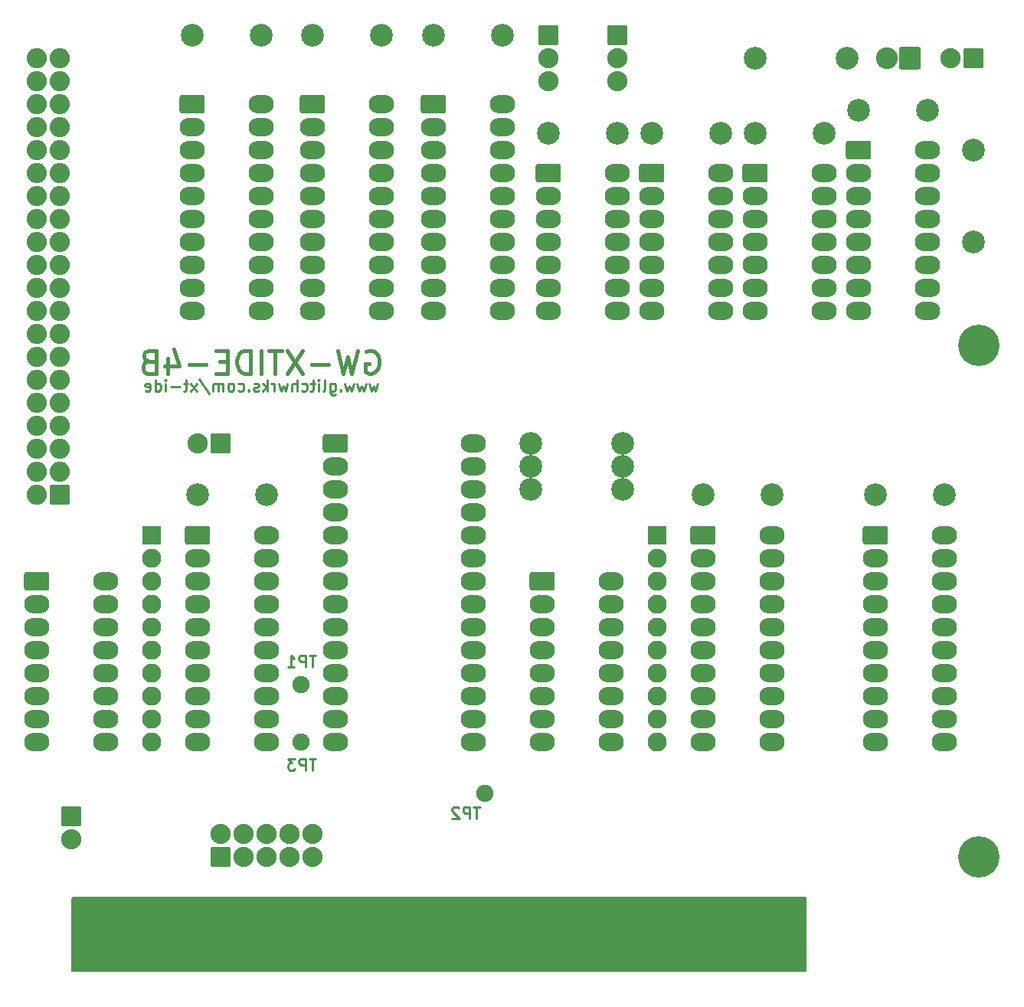
<source format=gbs>
%TF.GenerationSoftware,KiCad,Pcbnew,8.0.4*%
%TF.CreationDate,2024-11-11T08:19:32-05:00*%
%TF.ProjectId,XT-IDE,58542d49-4445-42e6-9b69-6361645f7063,3B*%
%TF.SameCoordinates,Original*%
%TF.FileFunction,Soldermask,Bot*%
%TF.FilePolarity,Negative*%
%FSLAX46Y46*%
G04 Gerber Fmt 4.6, Leading zero omitted, Abs format (unit mm)*
G04 Created by KiCad (PCBNEW 8.0.4) date 2024-11-11 08:19:32*
%MOMM*%
%LPD*%
G01*
G04 APERTURE LIST*
G04 Aperture macros list*
%AMRoundRect*
0 Rectangle with rounded corners*
0 $1 Rounding radius*
0 $2 $3 $4 $5 $6 $7 $8 $9 X,Y pos of 4 corners*
0 Add a 4 corners polygon primitive as box body*
4,1,4,$2,$3,$4,$5,$6,$7,$8,$9,$2,$3,0*
0 Add four circle primitives for the rounded corners*
1,1,$1+$1,$2,$3*
1,1,$1+$1,$4,$5*
1,1,$1+$1,$6,$7*
1,1,$1+$1,$8,$9*
0 Add four rect primitives between the rounded corners*
20,1,$1+$1,$2,$3,$4,$5,0*
20,1,$1+$1,$4,$5,$6,$7,0*
20,1,$1+$1,$6,$7,$8,$9,0*
20,1,$1+$1,$8,$9,$2,$3,0*%
G04 Aperture macros list end*
%ADD10C,0.254000*%
%ADD11C,0.381000*%
%ADD12C,4.572000*%
%ADD13RoundRect,0.254000X0.863600X0.863600X-0.863600X0.863600X-0.863600X-0.863600X0.863600X-0.863600X0*%
%ADD14C,2.235200*%
%ADD15RoundRect,0.254000X-0.863600X0.863600X-0.863600X-0.863600X0.863600X-0.863600X0.863600X0.863600X0*%
%ADD16RoundRect,0.254000X-0.863600X-0.863600X0.863600X-0.863600X0.863600X0.863600X-0.863600X0.863600X0*%
%ADD17RoundRect,0.254000X-0.889000X-3.556000X0.889000X-3.556000X0.889000X3.556000X-0.889000X3.556000X0*%
%ADD18RoundRect,0.254000X-0.950000X1.000000X-0.950000X-1.000000X0.950000X-1.000000X0.950000X1.000000X0*%
%ADD19C,2.408000*%
%ADD20C,1.905000*%
%ADD21O,2.235200X2.235200*%
%ADD22RoundRect,0.254000X-1.143000X-0.762000X1.143000X-0.762000X1.143000X0.762000X-1.143000X0.762000X0*%
%ADD23O,2.794000X2.032000*%
%ADD24RoundRect,0.254000X-0.800000X0.800000X-0.800000X-0.800000X0.800000X-0.800000X0.800000X0.800000X0*%
%ADD25O,2.108000X2.108000*%
%ADD26C,2.506980*%
G04 APERTURE END LIST*
D10*
X113362618Y-105984318D02*
X112636904Y-105984318D01*
X112999761Y-107254318D02*
X112999761Y-105984318D01*
X112213571Y-107254318D02*
X112213571Y-105984318D01*
X112213571Y-105984318D02*
X111729761Y-105984318D01*
X111729761Y-105984318D02*
X111608809Y-106044794D01*
X111608809Y-106044794D02*
X111548332Y-106105270D01*
X111548332Y-106105270D02*
X111487856Y-106226222D01*
X111487856Y-106226222D02*
X111487856Y-106407651D01*
X111487856Y-106407651D02*
X111548332Y-106528603D01*
X111548332Y-106528603D02*
X111608809Y-106589080D01*
X111608809Y-106589080D02*
X111729761Y-106649556D01*
X111729761Y-106649556D02*
X112213571Y-106649556D01*
X110278332Y-107254318D02*
X111004047Y-107254318D01*
X110641190Y-107254318D02*
X110641190Y-105984318D01*
X110641190Y-105984318D02*
X110762142Y-106165746D01*
X110762142Y-106165746D02*
X110883094Y-106286699D01*
X110883094Y-106286699D02*
X111004047Y-106347175D01*
X131523618Y-122748318D02*
X130797904Y-122748318D01*
X131160761Y-124018318D02*
X131160761Y-122748318D01*
X130374571Y-124018318D02*
X130374571Y-122748318D01*
X130374571Y-122748318D02*
X129890761Y-122748318D01*
X129890761Y-122748318D02*
X129769809Y-122808794D01*
X129769809Y-122808794D02*
X129709332Y-122869270D01*
X129709332Y-122869270D02*
X129648856Y-122990222D01*
X129648856Y-122990222D02*
X129648856Y-123171651D01*
X129648856Y-123171651D02*
X129709332Y-123292603D01*
X129709332Y-123292603D02*
X129769809Y-123353080D01*
X129769809Y-123353080D02*
X129890761Y-123413556D01*
X129890761Y-123413556D02*
X130374571Y-123413556D01*
X129165047Y-122869270D02*
X129104571Y-122808794D01*
X129104571Y-122808794D02*
X128983618Y-122748318D01*
X128983618Y-122748318D02*
X128681237Y-122748318D01*
X128681237Y-122748318D02*
X128560285Y-122808794D01*
X128560285Y-122808794D02*
X128499809Y-122869270D01*
X128499809Y-122869270D02*
X128439332Y-122990222D01*
X128439332Y-122990222D02*
X128439332Y-123111175D01*
X128439332Y-123111175D02*
X128499809Y-123292603D01*
X128499809Y-123292603D02*
X129225523Y-124018318D01*
X129225523Y-124018318D02*
X128439332Y-124018318D01*
X113362618Y-117414318D02*
X112636904Y-117414318D01*
X112999761Y-118684318D02*
X112999761Y-117414318D01*
X112213571Y-118684318D02*
X112213571Y-117414318D01*
X112213571Y-117414318D02*
X111729761Y-117414318D01*
X111729761Y-117414318D02*
X111608809Y-117474794D01*
X111608809Y-117474794D02*
X111548332Y-117535270D01*
X111548332Y-117535270D02*
X111487856Y-117656222D01*
X111487856Y-117656222D02*
X111487856Y-117837651D01*
X111487856Y-117837651D02*
X111548332Y-117958603D01*
X111548332Y-117958603D02*
X111608809Y-118019080D01*
X111608809Y-118019080D02*
X111729761Y-118079556D01*
X111729761Y-118079556D02*
X112213571Y-118079556D01*
X111064523Y-117414318D02*
X110278332Y-117414318D01*
X110278332Y-117414318D02*
X110701666Y-117898127D01*
X110701666Y-117898127D02*
X110520237Y-117898127D01*
X110520237Y-117898127D02*
X110399285Y-117958603D01*
X110399285Y-117958603D02*
X110338809Y-118019080D01*
X110338809Y-118019080D02*
X110278332Y-118140032D01*
X110278332Y-118140032D02*
X110278332Y-118442413D01*
X110278332Y-118442413D02*
X110338809Y-118563365D01*
X110338809Y-118563365D02*
X110399285Y-118623842D01*
X110399285Y-118623842D02*
X110520237Y-118684318D01*
X110520237Y-118684318D02*
X110883094Y-118684318D01*
X110883094Y-118684318D02*
X111004047Y-118623842D01*
X111004047Y-118623842D02*
X111064523Y-118563365D01*
X120226665Y-75927651D02*
X119984760Y-76774318D01*
X119984760Y-76774318D02*
X119742855Y-76169556D01*
X119742855Y-76169556D02*
X119500951Y-76774318D01*
X119500951Y-76774318D02*
X119259046Y-75927651D01*
X118896189Y-75927651D02*
X118654284Y-76774318D01*
X118654284Y-76774318D02*
X118412379Y-76169556D01*
X118412379Y-76169556D02*
X118170475Y-76774318D01*
X118170475Y-76774318D02*
X117928570Y-75927651D01*
X117565713Y-75927651D02*
X117323808Y-76774318D01*
X117323808Y-76774318D02*
X117081903Y-76169556D01*
X117081903Y-76169556D02*
X116839999Y-76774318D01*
X116839999Y-76774318D02*
X116598094Y-75927651D01*
X116114285Y-76653365D02*
X116053808Y-76713842D01*
X116053808Y-76713842D02*
X116114285Y-76774318D01*
X116114285Y-76774318D02*
X116174761Y-76713842D01*
X116174761Y-76713842D02*
X116114285Y-76653365D01*
X116114285Y-76653365D02*
X116114285Y-76774318D01*
X114965237Y-75927651D02*
X114965237Y-76955746D01*
X114965237Y-76955746D02*
X115025713Y-77076699D01*
X115025713Y-77076699D02*
X115086189Y-77137175D01*
X115086189Y-77137175D02*
X115207142Y-77197651D01*
X115207142Y-77197651D02*
X115388570Y-77197651D01*
X115388570Y-77197651D02*
X115509523Y-77137175D01*
X114965237Y-76713842D02*
X115086189Y-76774318D01*
X115086189Y-76774318D02*
X115328094Y-76774318D01*
X115328094Y-76774318D02*
X115449046Y-76713842D01*
X115449046Y-76713842D02*
X115509523Y-76653365D01*
X115509523Y-76653365D02*
X115569999Y-76532413D01*
X115569999Y-76532413D02*
X115569999Y-76169556D01*
X115569999Y-76169556D02*
X115509523Y-76048603D01*
X115509523Y-76048603D02*
X115449046Y-75988127D01*
X115449046Y-75988127D02*
X115328094Y-75927651D01*
X115328094Y-75927651D02*
X115086189Y-75927651D01*
X115086189Y-75927651D02*
X114965237Y-75988127D01*
X114179046Y-76774318D02*
X114299998Y-76713842D01*
X114299998Y-76713842D02*
X114360475Y-76592889D01*
X114360475Y-76592889D02*
X114360475Y-75504318D01*
X113695237Y-76774318D02*
X113695237Y-75927651D01*
X113695237Y-75504318D02*
X113755713Y-75564794D01*
X113755713Y-75564794D02*
X113695237Y-75625270D01*
X113695237Y-75625270D02*
X113634760Y-75564794D01*
X113634760Y-75564794D02*
X113695237Y-75504318D01*
X113695237Y-75504318D02*
X113695237Y-75625270D01*
X113271903Y-75927651D02*
X112788094Y-75927651D01*
X113090475Y-75504318D02*
X113090475Y-76592889D01*
X113090475Y-76592889D02*
X113029998Y-76713842D01*
X113029998Y-76713842D02*
X112909046Y-76774318D01*
X112909046Y-76774318D02*
X112788094Y-76774318D01*
X111820475Y-76713842D02*
X111941427Y-76774318D01*
X111941427Y-76774318D02*
X112183332Y-76774318D01*
X112183332Y-76774318D02*
X112304284Y-76713842D01*
X112304284Y-76713842D02*
X112364761Y-76653365D01*
X112364761Y-76653365D02*
X112425237Y-76532413D01*
X112425237Y-76532413D02*
X112425237Y-76169556D01*
X112425237Y-76169556D02*
X112364761Y-76048603D01*
X112364761Y-76048603D02*
X112304284Y-75988127D01*
X112304284Y-75988127D02*
X112183332Y-75927651D01*
X112183332Y-75927651D02*
X111941427Y-75927651D01*
X111941427Y-75927651D02*
X111820475Y-75988127D01*
X111276190Y-76774318D02*
X111276190Y-75504318D01*
X110731904Y-76774318D02*
X110731904Y-76109080D01*
X110731904Y-76109080D02*
X110792380Y-75988127D01*
X110792380Y-75988127D02*
X110913332Y-75927651D01*
X110913332Y-75927651D02*
X111094761Y-75927651D01*
X111094761Y-75927651D02*
X111215713Y-75988127D01*
X111215713Y-75988127D02*
X111276190Y-76048603D01*
X110248094Y-75927651D02*
X110006189Y-76774318D01*
X110006189Y-76774318D02*
X109764284Y-76169556D01*
X109764284Y-76169556D02*
X109522380Y-76774318D01*
X109522380Y-76774318D02*
X109280475Y-75927651D01*
X108796666Y-76774318D02*
X108796666Y-75927651D01*
X108796666Y-76169556D02*
X108736189Y-76048603D01*
X108736189Y-76048603D02*
X108675713Y-75988127D01*
X108675713Y-75988127D02*
X108554761Y-75927651D01*
X108554761Y-75927651D02*
X108433808Y-75927651D01*
X108010476Y-76774318D02*
X108010476Y-75504318D01*
X107889523Y-76290508D02*
X107526666Y-76774318D01*
X107526666Y-75927651D02*
X108010476Y-76411461D01*
X107042857Y-76713842D02*
X106921904Y-76774318D01*
X106921904Y-76774318D02*
X106680000Y-76774318D01*
X106680000Y-76774318D02*
X106559047Y-76713842D01*
X106559047Y-76713842D02*
X106498571Y-76592889D01*
X106498571Y-76592889D02*
X106498571Y-76532413D01*
X106498571Y-76532413D02*
X106559047Y-76411461D01*
X106559047Y-76411461D02*
X106680000Y-76350984D01*
X106680000Y-76350984D02*
X106861428Y-76350984D01*
X106861428Y-76350984D02*
X106982381Y-76290508D01*
X106982381Y-76290508D02*
X107042857Y-76169556D01*
X107042857Y-76169556D02*
X107042857Y-76109080D01*
X107042857Y-76109080D02*
X106982381Y-75988127D01*
X106982381Y-75988127D02*
X106861428Y-75927651D01*
X106861428Y-75927651D02*
X106680000Y-75927651D01*
X106680000Y-75927651D02*
X106559047Y-75988127D01*
X105954286Y-76653365D02*
X105893809Y-76713842D01*
X105893809Y-76713842D02*
X105954286Y-76774318D01*
X105954286Y-76774318D02*
X106014762Y-76713842D01*
X106014762Y-76713842D02*
X105954286Y-76653365D01*
X105954286Y-76653365D02*
X105954286Y-76774318D01*
X104805238Y-76713842D02*
X104926190Y-76774318D01*
X104926190Y-76774318D02*
X105168095Y-76774318D01*
X105168095Y-76774318D02*
X105289047Y-76713842D01*
X105289047Y-76713842D02*
X105349524Y-76653365D01*
X105349524Y-76653365D02*
X105410000Y-76532413D01*
X105410000Y-76532413D02*
X105410000Y-76169556D01*
X105410000Y-76169556D02*
X105349524Y-76048603D01*
X105349524Y-76048603D02*
X105289047Y-75988127D01*
X105289047Y-75988127D02*
X105168095Y-75927651D01*
X105168095Y-75927651D02*
X104926190Y-75927651D01*
X104926190Y-75927651D02*
X104805238Y-75988127D01*
X104079524Y-76774318D02*
X104200476Y-76713842D01*
X104200476Y-76713842D02*
X104260953Y-76653365D01*
X104260953Y-76653365D02*
X104321429Y-76532413D01*
X104321429Y-76532413D02*
X104321429Y-76169556D01*
X104321429Y-76169556D02*
X104260953Y-76048603D01*
X104260953Y-76048603D02*
X104200476Y-75988127D01*
X104200476Y-75988127D02*
X104079524Y-75927651D01*
X104079524Y-75927651D02*
X103898095Y-75927651D01*
X103898095Y-75927651D02*
X103777143Y-75988127D01*
X103777143Y-75988127D02*
X103716667Y-76048603D01*
X103716667Y-76048603D02*
X103656191Y-76169556D01*
X103656191Y-76169556D02*
X103656191Y-76532413D01*
X103656191Y-76532413D02*
X103716667Y-76653365D01*
X103716667Y-76653365D02*
X103777143Y-76713842D01*
X103777143Y-76713842D02*
X103898095Y-76774318D01*
X103898095Y-76774318D02*
X104079524Y-76774318D01*
X103111905Y-76774318D02*
X103111905Y-75927651D01*
X103111905Y-76048603D02*
X103051428Y-75988127D01*
X103051428Y-75988127D02*
X102930476Y-75927651D01*
X102930476Y-75927651D02*
X102749047Y-75927651D01*
X102749047Y-75927651D02*
X102628095Y-75988127D01*
X102628095Y-75988127D02*
X102567619Y-76109080D01*
X102567619Y-76109080D02*
X102567619Y-76774318D01*
X102567619Y-76109080D02*
X102507143Y-75988127D01*
X102507143Y-75988127D02*
X102386190Y-75927651D01*
X102386190Y-75927651D02*
X102204762Y-75927651D01*
X102204762Y-75927651D02*
X102083809Y-75988127D01*
X102083809Y-75988127D02*
X102023333Y-76109080D01*
X102023333Y-76109080D02*
X102023333Y-76774318D01*
X100511429Y-75443842D02*
X101600000Y-77076699D01*
X100209048Y-76774318D02*
X99543810Y-75927651D01*
X100209048Y-75927651D02*
X99543810Y-76774318D01*
X99241429Y-75927651D02*
X98757620Y-75927651D01*
X99060001Y-75504318D02*
X99060001Y-76592889D01*
X99060001Y-76592889D02*
X98999524Y-76713842D01*
X98999524Y-76713842D02*
X98878572Y-76774318D01*
X98878572Y-76774318D02*
X98757620Y-76774318D01*
X98334287Y-76290508D02*
X97366668Y-76290508D01*
X96761906Y-76774318D02*
X96761906Y-75927651D01*
X96761906Y-75504318D02*
X96822382Y-75564794D01*
X96822382Y-75564794D02*
X96761906Y-75625270D01*
X96761906Y-75625270D02*
X96701429Y-75564794D01*
X96701429Y-75564794D02*
X96761906Y-75504318D01*
X96761906Y-75504318D02*
X96761906Y-75625270D01*
X95612858Y-76774318D02*
X95612858Y-75504318D01*
X95612858Y-76713842D02*
X95733810Y-76774318D01*
X95733810Y-76774318D02*
X95975715Y-76774318D01*
X95975715Y-76774318D02*
X96096667Y-76713842D01*
X96096667Y-76713842D02*
X96157144Y-76653365D01*
X96157144Y-76653365D02*
X96217620Y-76532413D01*
X96217620Y-76532413D02*
X96217620Y-76169556D01*
X96217620Y-76169556D02*
X96157144Y-76048603D01*
X96157144Y-76048603D02*
X96096667Y-75988127D01*
X96096667Y-75988127D02*
X95975715Y-75927651D01*
X95975715Y-75927651D02*
X95733810Y-75927651D01*
X95733810Y-75927651D02*
X95612858Y-75988127D01*
X94524286Y-76713842D02*
X94645238Y-76774318D01*
X94645238Y-76774318D02*
X94887143Y-76774318D01*
X94887143Y-76774318D02*
X95008096Y-76713842D01*
X95008096Y-76713842D02*
X95068572Y-76592889D01*
X95068572Y-76592889D02*
X95068572Y-76109080D01*
X95068572Y-76109080D02*
X95008096Y-75988127D01*
X95008096Y-75988127D02*
X94887143Y-75927651D01*
X94887143Y-75927651D02*
X94645238Y-75927651D01*
X94645238Y-75927651D02*
X94524286Y-75988127D01*
X94524286Y-75988127D02*
X94463810Y-76109080D01*
X94463810Y-76109080D02*
X94463810Y-76230032D01*
X94463810Y-76230032D02*
X95068572Y-76350984D01*
D11*
X118926428Y-72396192D02*
X119168333Y-72275240D01*
X119168333Y-72275240D02*
X119531190Y-72275240D01*
X119531190Y-72275240D02*
X119894047Y-72396192D01*
X119894047Y-72396192D02*
X120135952Y-72638097D01*
X120135952Y-72638097D02*
X120256905Y-72880002D01*
X120256905Y-72880002D02*
X120377857Y-73363811D01*
X120377857Y-73363811D02*
X120377857Y-73726668D01*
X120377857Y-73726668D02*
X120256905Y-74210478D01*
X120256905Y-74210478D02*
X120135952Y-74452383D01*
X120135952Y-74452383D02*
X119894047Y-74694288D01*
X119894047Y-74694288D02*
X119531190Y-74815240D01*
X119531190Y-74815240D02*
X119289286Y-74815240D01*
X119289286Y-74815240D02*
X118926428Y-74694288D01*
X118926428Y-74694288D02*
X118805476Y-74573335D01*
X118805476Y-74573335D02*
X118805476Y-73726668D01*
X118805476Y-73726668D02*
X119289286Y-73726668D01*
X117958809Y-72275240D02*
X117354047Y-74815240D01*
X117354047Y-74815240D02*
X116870238Y-73000954D01*
X116870238Y-73000954D02*
X116386428Y-74815240D01*
X116386428Y-74815240D02*
X115781667Y-72275240D01*
X114814048Y-73847621D02*
X112878810Y-73847621D01*
X111911190Y-72275240D02*
X110217857Y-74815240D01*
X110217857Y-72275240D02*
X111911190Y-74815240D01*
X109613095Y-72275240D02*
X108161666Y-72275240D01*
X108887380Y-74815240D02*
X108887380Y-72275240D01*
X107315000Y-74815240D02*
X107315000Y-72275240D01*
X106105476Y-74815240D02*
X106105476Y-72275240D01*
X106105476Y-72275240D02*
X105500714Y-72275240D01*
X105500714Y-72275240D02*
X105137857Y-72396192D01*
X105137857Y-72396192D02*
X104895952Y-72638097D01*
X104895952Y-72638097D02*
X104774999Y-72880002D01*
X104774999Y-72880002D02*
X104654047Y-73363811D01*
X104654047Y-73363811D02*
X104654047Y-73726668D01*
X104654047Y-73726668D02*
X104774999Y-74210478D01*
X104774999Y-74210478D02*
X104895952Y-74452383D01*
X104895952Y-74452383D02*
X105137857Y-74694288D01*
X105137857Y-74694288D02*
X105500714Y-74815240D01*
X105500714Y-74815240D02*
X106105476Y-74815240D01*
X103565476Y-73484764D02*
X102718809Y-73484764D01*
X102355952Y-74815240D02*
X103565476Y-74815240D01*
X103565476Y-74815240D02*
X103565476Y-72275240D01*
X103565476Y-72275240D02*
X102355952Y-72275240D01*
X101267381Y-73847621D02*
X99332143Y-73847621D01*
X97034047Y-73121907D02*
X97034047Y-74815240D01*
X97638809Y-72154288D02*
X98243571Y-73968573D01*
X98243571Y-73968573D02*
X96671190Y-73968573D01*
X94856904Y-73484764D02*
X94494047Y-73605716D01*
X94494047Y-73605716D02*
X94373094Y-73726668D01*
X94373094Y-73726668D02*
X94252142Y-73968573D01*
X94252142Y-73968573D02*
X94252142Y-74331430D01*
X94252142Y-74331430D02*
X94373094Y-74573335D01*
X94373094Y-74573335D02*
X94494047Y-74694288D01*
X94494047Y-74694288D02*
X94735952Y-74815240D01*
X94735952Y-74815240D02*
X95703571Y-74815240D01*
X95703571Y-74815240D02*
X95703571Y-72275240D01*
X95703571Y-72275240D02*
X94856904Y-72275240D01*
X94856904Y-72275240D02*
X94614999Y-72396192D01*
X94614999Y-72396192D02*
X94494047Y-72517145D01*
X94494047Y-72517145D02*
X94373094Y-72759049D01*
X94373094Y-72759049D02*
X94373094Y-73000954D01*
X94373094Y-73000954D02*
X94494047Y-73242859D01*
X94494047Y-73242859D02*
X94614999Y-73363811D01*
X94614999Y-73363811D02*
X94856904Y-73484764D01*
X94856904Y-73484764D02*
X95703571Y-73484764D01*
D12*
%TO.C,P6*%
X186690000Y-128270000D03*
%TD*%
%TO.C,P7*%
X186690000Y-71755000D03*
%TD*%
D13*
%TO.C,J4*%
X102870000Y-82550000D03*
D14*
X100330000Y-82550000D03*
%TD*%
D15*
%TO.C,J1*%
X139065000Y-37465000D03*
D14*
X139065000Y-40005000D03*
X139065000Y-42545000D03*
%TD*%
D15*
%TO.C,J2*%
X146685000Y-37465000D03*
D14*
X146685000Y-40005000D03*
X146685000Y-42545000D03*
%TD*%
D16*
%TO.C,J5*%
X102870000Y-128270000D03*
D14*
X102870000Y-125730000D03*
X105410000Y-128270000D03*
X105410000Y-125730000D03*
X107950000Y-128270000D03*
X107950000Y-125730000D03*
X110490000Y-128270000D03*
X110490000Y-125730000D03*
X113030000Y-128270000D03*
X113030000Y-125730000D03*
%TD*%
D13*
%TO.C,J3*%
X186055000Y-40005000D03*
D14*
X183515000Y-40005000D03*
%TD*%
D17*
%TO.C,BUS1*%
X165100000Y-136906000D03*
X162560000Y-136906000D03*
X160020000Y-136906000D03*
X157480000Y-136906000D03*
X147320000Y-136906000D03*
X139700000Y-136906000D03*
X137160000Y-136906000D03*
X134620000Y-136906000D03*
X132080000Y-136906000D03*
X114300000Y-136906000D03*
X109220000Y-136906000D03*
X106680000Y-136906000D03*
X104140000Y-136906000D03*
X93980000Y-136906000D03*
X88900000Y-136906000D03*
%TD*%
D18*
%TO.C,D1*%
X179070000Y-40005000D03*
D19*
X176530000Y-40005000D03*
%TD*%
D20*
%TO.C,TP2*%
X132080000Y-121285000D03*
%TD*%
%TO.C,TP3*%
X111760000Y-115570000D03*
%TD*%
%TO.C,TP1*%
X111760000Y-109220000D03*
%TD*%
D15*
%TO.C,C12*%
X86360000Y-123825000D03*
D14*
X86360000Y-126325000D03*
%TD*%
D13*
%TO.C,IDE1*%
X85090000Y-88265000D03*
D21*
X82550000Y-88265000D03*
X85090000Y-85725000D03*
X82550000Y-85725000D03*
X85090000Y-83185000D03*
X82550000Y-83185000D03*
X85090000Y-80645000D03*
X82550000Y-80645000D03*
X85090000Y-78105000D03*
X82550000Y-78105000D03*
X85090000Y-75565000D03*
X82550000Y-75565000D03*
X85090000Y-73025000D03*
X82550000Y-73025000D03*
X85090000Y-70485000D03*
X82550000Y-70485000D03*
X85090000Y-67945000D03*
X82550000Y-67945000D03*
X85090000Y-65405000D03*
X82550000Y-65405000D03*
X85090000Y-62865000D03*
X82550000Y-62865000D03*
X85090000Y-60325000D03*
X82550000Y-60325000D03*
X85090000Y-57785000D03*
X82550000Y-57785000D03*
X85090000Y-55245000D03*
X82550000Y-55245000D03*
X85090000Y-52705000D03*
X82550000Y-52705000D03*
X85090000Y-50165000D03*
X82550000Y-50165000D03*
X85090000Y-47625000D03*
X82550000Y-47625000D03*
X85090000Y-45085000D03*
X82550000Y-45085000D03*
X85090000Y-42545000D03*
X82550000Y-42545000D03*
X85090000Y-40005000D03*
X82550000Y-40005000D03*
%TD*%
D22*
%TO.C,SW1*%
X82550000Y-97790000D03*
D23*
X82550000Y-100330000D03*
X82550000Y-102870000D03*
X82550000Y-105410000D03*
X82550000Y-107950000D03*
X82550000Y-110490000D03*
X82550000Y-113030000D03*
X82550000Y-115570000D03*
X90170000Y-115570000D03*
X90170000Y-113030000D03*
X90170000Y-110490000D03*
X90170000Y-107950000D03*
X90170000Y-105410000D03*
X90170000Y-102870000D03*
X90170000Y-100330000D03*
X90170000Y-97790000D03*
%TD*%
D22*
%TO.C,SW2*%
X138430000Y-97790000D03*
D23*
X138430000Y-100330000D03*
X138430000Y-102870000D03*
X138430000Y-105410000D03*
X138430000Y-107950000D03*
X138430000Y-110490000D03*
X138430000Y-113030000D03*
X138430000Y-115570000D03*
X146050000Y-115570000D03*
X146050000Y-113030000D03*
X146050000Y-110490000D03*
X146050000Y-107950000D03*
X146050000Y-105410000D03*
X146050000Y-102870000D03*
X146050000Y-100330000D03*
X146050000Y-97790000D03*
%TD*%
D22*
%TO.C,U1*%
X99695000Y-45085000D03*
D23*
X99695000Y-47625000D03*
X99695000Y-50165000D03*
X99695000Y-52705000D03*
X99695000Y-55245000D03*
X99695000Y-57785000D03*
X99695000Y-60325000D03*
X99695000Y-62865000D03*
X99695000Y-65405000D03*
X99695000Y-67945000D03*
X107315000Y-67945000D03*
X107315000Y-65405000D03*
X107315000Y-62865000D03*
X107315000Y-60325000D03*
X107315000Y-57785000D03*
X107315000Y-55245000D03*
X107315000Y-52705000D03*
X107315000Y-50165000D03*
X107315000Y-47625000D03*
X107315000Y-45085000D03*
%TD*%
D22*
%TO.C,U2*%
X113030000Y-45085000D03*
D23*
X113030000Y-47625000D03*
X113030000Y-50165000D03*
X113030000Y-52705000D03*
X113030000Y-55245000D03*
X113030000Y-57785000D03*
X113030000Y-60325000D03*
X113030000Y-62865000D03*
X113030000Y-65405000D03*
X113030000Y-67945000D03*
X120650000Y-67945000D03*
X120650000Y-65405000D03*
X120650000Y-62865000D03*
X120650000Y-60325000D03*
X120650000Y-57785000D03*
X120650000Y-55245000D03*
X120650000Y-52705000D03*
X120650000Y-50165000D03*
X120650000Y-47625000D03*
X120650000Y-45085000D03*
%TD*%
D22*
%TO.C,U3*%
X126365000Y-45085000D03*
D23*
X126365000Y-47625000D03*
X126365000Y-50165000D03*
X126365000Y-52705000D03*
X126365000Y-55245000D03*
X126365000Y-57785000D03*
X126365000Y-60325000D03*
X126365000Y-62865000D03*
X126365000Y-65405000D03*
X126365000Y-67945000D03*
X133985000Y-67945000D03*
X133985000Y-65405000D03*
X133985000Y-62865000D03*
X133985000Y-60325000D03*
X133985000Y-57785000D03*
X133985000Y-55245000D03*
X133985000Y-52705000D03*
X133985000Y-50165000D03*
X133985000Y-47625000D03*
X133985000Y-45085000D03*
%TD*%
D22*
%TO.C,U5*%
X150495000Y-52705000D03*
D23*
X150495000Y-55245000D03*
X150495000Y-57785000D03*
X150495000Y-60325000D03*
X150495000Y-62865000D03*
X150495000Y-65405000D03*
X150495000Y-67945000D03*
X158115000Y-67945000D03*
X158115000Y-65405000D03*
X158115000Y-62865000D03*
X158115000Y-60325000D03*
X158115000Y-57785000D03*
X158115000Y-55245000D03*
X158115000Y-52705000D03*
%TD*%
D22*
%TO.C,U6*%
X161925000Y-52705000D03*
D23*
X161925000Y-55245000D03*
X161925000Y-57785000D03*
X161925000Y-60325000D03*
X161925000Y-62865000D03*
X161925000Y-65405000D03*
X161925000Y-67945000D03*
X169545000Y-67945000D03*
X169545000Y-65405000D03*
X169545000Y-62865000D03*
X169545000Y-60325000D03*
X169545000Y-57785000D03*
X169545000Y-55245000D03*
X169545000Y-52705000D03*
%TD*%
D22*
%TO.C,U7*%
X173355000Y-50165000D03*
D23*
X173355000Y-52705000D03*
X173355000Y-55245000D03*
X173355000Y-57785000D03*
X173355000Y-60325000D03*
X173355000Y-62865000D03*
X173355000Y-65405000D03*
X173355000Y-67945000D03*
X180975000Y-67945000D03*
X180975000Y-65405000D03*
X180975000Y-62865000D03*
X180975000Y-60325000D03*
X180975000Y-57785000D03*
X180975000Y-55245000D03*
X180975000Y-52705000D03*
X180975000Y-50165000D03*
%TD*%
D22*
%TO.C,U8*%
X100330000Y-92710000D03*
D23*
X100330000Y-95250000D03*
X100330000Y-97790000D03*
X100330000Y-100330000D03*
X100330000Y-102870000D03*
X100330000Y-105410000D03*
X100330000Y-107950000D03*
X100330000Y-110490000D03*
X100330000Y-113030000D03*
X100330000Y-115570000D03*
X107950000Y-115570000D03*
X107950000Y-113030000D03*
X107950000Y-110490000D03*
X107950000Y-107950000D03*
X107950000Y-105410000D03*
X107950000Y-102870000D03*
X107950000Y-100330000D03*
X107950000Y-97790000D03*
X107950000Y-95250000D03*
X107950000Y-92710000D03*
%TD*%
D22*
%TO.C,U9*%
X115570000Y-82550000D03*
D23*
X115570000Y-85090000D03*
X115570000Y-87630000D03*
X115570000Y-90170000D03*
X115570000Y-92710000D03*
X115570000Y-95250000D03*
X115570000Y-97790000D03*
X115570000Y-100330000D03*
X115570000Y-102870000D03*
X115570000Y-105410000D03*
X115570000Y-107950000D03*
X115570000Y-110490000D03*
X115570000Y-113030000D03*
X115570000Y-115570000D03*
X130810000Y-115570000D03*
X130810000Y-113030000D03*
X130810000Y-110490000D03*
X130810000Y-107950000D03*
X130810000Y-105410000D03*
X130810000Y-102870000D03*
X130810000Y-100330000D03*
X130810000Y-97790000D03*
X130810000Y-95250000D03*
X130810000Y-92710000D03*
X130810000Y-90170000D03*
X130810000Y-87630000D03*
X130810000Y-85090000D03*
X130810000Y-82550000D03*
%TD*%
D22*
%TO.C,U10*%
X156210000Y-92710000D03*
D23*
X156210000Y-95250000D03*
X156210000Y-97790000D03*
X156210000Y-100330000D03*
X156210000Y-102870000D03*
X156210000Y-105410000D03*
X156210000Y-107950000D03*
X156210000Y-110490000D03*
X156210000Y-113030000D03*
X156210000Y-115570000D03*
X163830000Y-115570000D03*
X163830000Y-113030000D03*
X163830000Y-110490000D03*
X163830000Y-107950000D03*
X163830000Y-105410000D03*
X163830000Y-102870000D03*
X163830000Y-100330000D03*
X163830000Y-97790000D03*
X163830000Y-95250000D03*
X163830000Y-92710000D03*
%TD*%
D22*
%TO.C,U11*%
X175260000Y-92710000D03*
D23*
X175260000Y-95250000D03*
X175260000Y-97790000D03*
X175260000Y-100330000D03*
X175260000Y-102870000D03*
X175260000Y-105410000D03*
X175260000Y-107950000D03*
X175260000Y-110490000D03*
X175260000Y-113030000D03*
X175260000Y-115570000D03*
X182880000Y-115570000D03*
X182880000Y-113030000D03*
X182880000Y-110490000D03*
X182880000Y-107950000D03*
X182880000Y-105410000D03*
X182880000Y-102870000D03*
X182880000Y-100330000D03*
X182880000Y-97790000D03*
X182880000Y-95250000D03*
X182880000Y-92710000D03*
%TD*%
D24*
%TO.C,RP1*%
X95250000Y-92710000D03*
D25*
X95250000Y-95250000D03*
X95250000Y-97790000D03*
X95250000Y-100330000D03*
X95250000Y-102870000D03*
X95250000Y-105410000D03*
X95250000Y-107950000D03*
X95250000Y-110490000D03*
X95250000Y-113030000D03*
X95250000Y-115570000D03*
%TD*%
D24*
%TO.C,RP2*%
X151130000Y-92710000D03*
D25*
X151130000Y-95250000D03*
X151130000Y-97790000D03*
X151130000Y-100330000D03*
X151130000Y-102870000D03*
X151130000Y-105410000D03*
X151130000Y-107950000D03*
X151130000Y-110490000D03*
X151130000Y-113030000D03*
X151130000Y-115570000D03*
%TD*%
D26*
%TO.C,C1*%
X107315000Y-37465000D03*
X99695000Y-37465000D03*
%TD*%
%TO.C,C2*%
X120650000Y-37465000D03*
X113030000Y-37465000D03*
%TD*%
%TO.C,C3*%
X133985000Y-37465000D03*
X126365000Y-37465000D03*
%TD*%
%TO.C,C4*%
X146685000Y-48260000D03*
X139065000Y-48260000D03*
%TD*%
%TO.C,C5*%
X158115000Y-48260000D03*
X150495000Y-48260000D03*
%TD*%
%TO.C,C6*%
X169545000Y-48260000D03*
X161925000Y-48260000D03*
%TD*%
%TO.C,C7*%
X173355000Y-45720000D03*
X180975000Y-45720000D03*
%TD*%
%TO.C,C9*%
X137160000Y-82550000D03*
X147320000Y-82550000D03*
%TD*%
%TO.C,C8*%
X107950000Y-88265000D03*
X100330000Y-88265000D03*
%TD*%
%TO.C,C10*%
X163830000Y-88265000D03*
X156210000Y-88265000D03*
%TD*%
%TO.C,R1*%
X172085000Y-40005000D03*
X161925000Y-40005000D03*
%TD*%
%TO.C,R2*%
X186055000Y-50165000D03*
X186055000Y-60325000D03*
%TD*%
%TO.C,R3*%
X147320000Y-85090000D03*
X137160000Y-85090000D03*
%TD*%
%TO.C,R4*%
X137160000Y-87630000D03*
X147320000Y-87630000D03*
%TD*%
D22*
%TO.C,U4*%
X139065000Y-52705000D03*
D23*
X139065000Y-55245000D03*
X139065000Y-57785000D03*
X139065000Y-60325000D03*
X139065000Y-62865000D03*
X139065000Y-65405000D03*
X139065000Y-67945000D03*
X146685000Y-67945000D03*
X146685000Y-65405000D03*
X146685000Y-62865000D03*
X146685000Y-60325000D03*
X146685000Y-57785000D03*
X146685000Y-55245000D03*
X146685000Y-52705000D03*
%TD*%
D26*
%TO.C,C11*%
X175260000Y-88265000D03*
X182880000Y-88265000D03*
%TD*%
G36*
X167582121Y-132735002D02*
G01*
X167628614Y-132788658D01*
X167640000Y-132841000D01*
X167640000Y-140844000D01*
X167619998Y-140912121D01*
X167566342Y-140958614D01*
X167514000Y-140970000D01*
X86486000Y-140970000D01*
X86417879Y-140949998D01*
X86371386Y-140896342D01*
X86360000Y-140844000D01*
X86360000Y-132841000D01*
X86380002Y-132772879D01*
X86433658Y-132726386D01*
X86486000Y-132715000D01*
X167514000Y-132715000D01*
X167582121Y-132735002D01*
G37*
M02*

</source>
